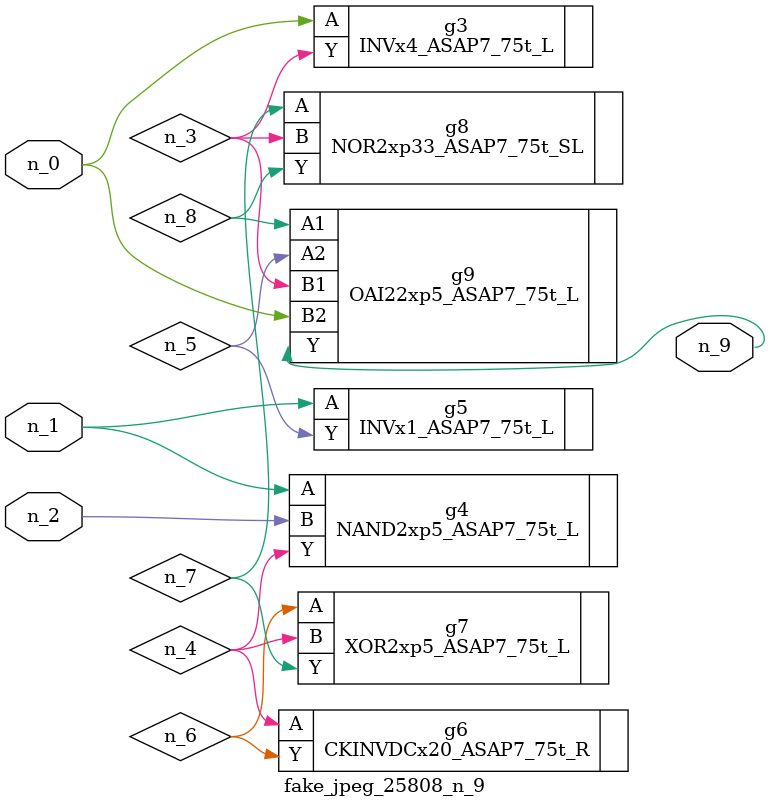
<source format=v>
module fake_jpeg_25808_n_9 (n_0, n_2, n_1, n_9);

input n_0;
input n_2;
input n_1;

output n_9;

wire n_3;
wire n_4;
wire n_8;
wire n_6;
wire n_5;
wire n_7;

INVx4_ASAP7_75t_L g3 ( 
.A(n_0),
.Y(n_3)
);

NAND2xp5_ASAP7_75t_L g4 ( 
.A(n_1),
.B(n_2),
.Y(n_4)
);

INVx1_ASAP7_75t_L g5 ( 
.A(n_1),
.Y(n_5)
);

CKINVDCx20_ASAP7_75t_R g6 ( 
.A(n_4),
.Y(n_6)
);

XOR2xp5_ASAP7_75t_L g7 ( 
.A(n_6),
.B(n_4),
.Y(n_7)
);

NOR2xp33_ASAP7_75t_SL g8 ( 
.A(n_7),
.B(n_3),
.Y(n_8)
);

OAI22xp5_ASAP7_75t_L g9 ( 
.A1(n_8),
.A2(n_5),
.B1(n_3),
.B2(n_0),
.Y(n_9)
);


endmodule
</source>
